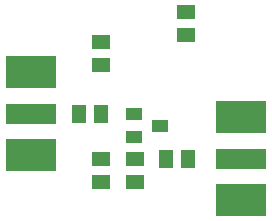
<source format=gbr>
G04 EAGLE Gerber RS-274X export*
G75*
%MOMM*%
%FSLAX34Y34*%
%LPD*%
%INSolderpaste Top*%
%IPPOS*%
%AMOC8*
5,1,8,0,0,1.08239X$1,22.5*%
G01*
%ADD10R,1.300000X1.500000*%
%ADD11R,1.500000X1.300000*%
%ADD12R,1.400000X1.000000*%
%ADD13R,4.191000X1.778000*%
%ADD14R,4.191000X2.667000*%


D10*
X61620Y116840D03*
X80620Y116840D03*
X154280Y78740D03*
X135280Y78740D03*
D11*
X80010Y177140D03*
X80010Y158140D03*
X80010Y78080D03*
X80010Y59080D03*
X109220Y78080D03*
X109220Y59080D03*
D12*
X130380Y106680D03*
X108380Y97180D03*
X108380Y116180D03*
D13*
X21154Y116840D03*
D14*
X21154Y151786D03*
X21154Y81894D03*
D13*
X198846Y78740D03*
D14*
X198846Y43794D03*
X198846Y113686D03*
D11*
X152400Y183540D03*
X152400Y202540D03*
M02*

</source>
